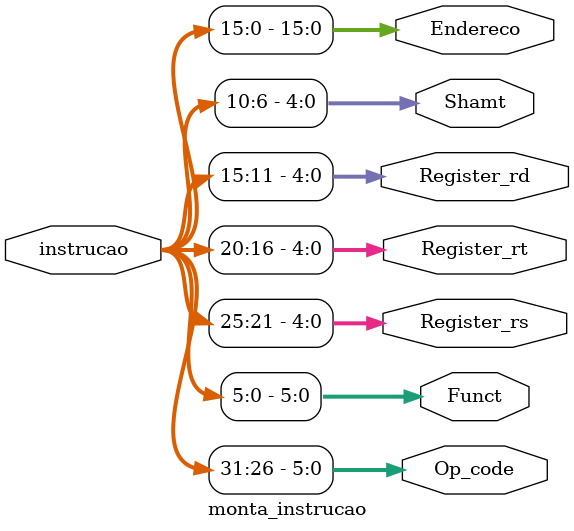
<source format=v>
module monta_instrucao(instrucao, Op_code, Funct, Register_rs, Register_rt, Register_rd, Shamt, Endereco);
	input [31:0] instrucao;
	output [5:0] Op_code,
					 Funct;
	output [4:0] Register_rs,
					 Register_rt,
					 Register_rd,
					 Shamt;
	output [15:0] Endereco;
	
	assign	Op_code = instrucao[31:26];
	assign	Register_rs = instrucao[25:21];
	assign	Register_rt = instrucao[20:16];
	assign	Register_rd = instrucao[15:11];
	assign Shamt = instrucao[10:6];
	assign Funct = instrucao[5:0];
	assign Endereco = instrucao[15:0];
endmodule
</source>
